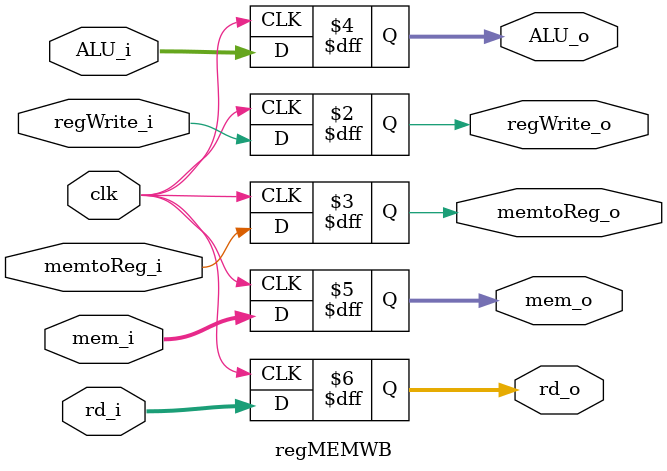
<source format=v>
module regMEMWB (
    // inputs 
    input clk,
    input regWrite_i,
    input memtoReg_i,

    // from mem
    input [31:0] ALU_i,
    input [31:0] mem_i,
    
    // 
    input [4:0] rd_i,

    // outputs
    output reg regWrite_o,
    output reg memtoReg_o,
    output reg [31:0] ALU_o,
    output reg [31:0] mem_o,
    output reg [4:0] rd_o
);

    // TODO: implement your program counter here
always @(posedge clk) begin
    regWrite_o <= regWrite_i;
    memtoReg_o <= memtoReg_i;
    ALU_o <= ALU_i;
    mem_o <= mem_i;
    rd_o <= rd_i;
end

endmodule


</source>
